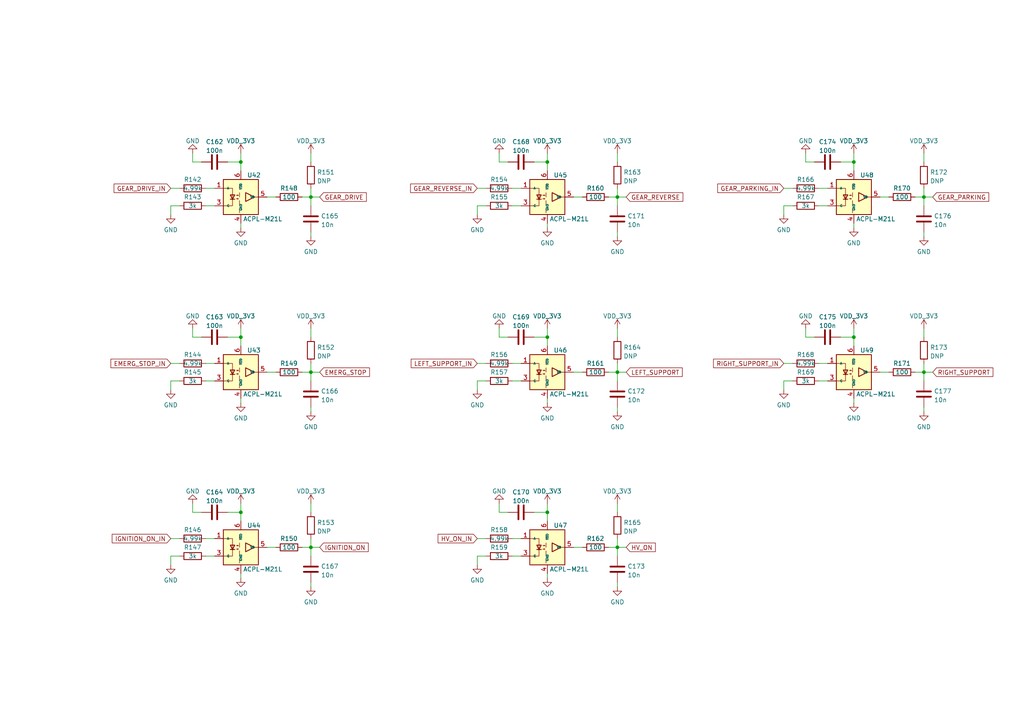
<source format=kicad_sch>
(kicad_sch (version 20231120) (generator "eeschema") (generator_version "8.0")
  (paper "A4")
  (lib_symbols
    (symbol "Device:C" (pin_numbers hide) (pin_names (offset 0.254))
      (property "Reference" "C" (at 0.635 2.54 0))
      (property "Value" "C" (at 0.635 -2.54 0))
      (symbol "C_0_1"
        (polyline (pts (xy -2.032 -0.762) (xy 2.032 -0.762)) (stroke (width 0.508)))
        (polyline (pts (xy -2.032 0.762) (xy 2.032 0.762)) (stroke (width 0.508)))
      )
      (symbol "C_1_1"
        (pin passive line (at 0 3.81 270) (length 2.794) (name "~") (number "1"))
        (pin passive line (at 0 -3.81 90) (length 2.794) (name "~") (number "2"))
      )
    )
    (symbol "Device:R" (pin_numbers hide) (pin_names (offset 0))
      (property "Reference" "R" (at 2.032 0 90))
      (property "Value" "R" (at 0 0 90))
      (symbol "R_0_1"
        (rectangle (start -1.016 -2.54) (end 1.016 2.54) (stroke (width 0.254)))
      )
      (symbol "R_1_1"
        (pin passive line (at 0 3.81 270) (length 1.27) (name "~") (number "1"))
        (pin passive line (at 0 -3.81 90) (length 1.27) (name "~") (number "2"))
      )
    )
    (symbol "MyLibrary:ACPL-M21L" (pin_names (offset 1.016))
      (property "Reference" "U" (at 2.54 6.35 0))
      (property "Value" "ACPL-M21L" (at 0 -6.35 0))
      (symbol "ACPL-M21L_0_1"
        (rectangle (start 3.81 0) (end 5.08 0))
      )
      (symbol "ACPL-M21L_1_1"
        (rectangle (start -5.08 5.08) (end 5.08 -5.08) (stroke (width 0.254)) (fill (type background)))
        (polyline (pts (xy -3.048 -0.635) (xy -1.778 -0.635)) (stroke (width 0.254)))
        (polyline (pts (xy -0.381 -3.302) (xy -0.381 -4.572)))
        (polyline (pts (xy -0.381 -1.016) (xy -0.381 -2.286)))
        (polyline (pts (xy -0.381 1.27) (xy -0.381 0)))
        (polyline (pts (xy -0.381 3.556) (xy -0.381 2.286)))
        (polyline (pts (xy -4.953 2.54) (xy -2.413 2.54) (xy -2.413 -0.762)))
        (polyline (pts (xy -2.413 -0.635) (xy -2.413 -2.54) (xy -4.953 -2.54)))
        (polyline (pts (xy -2.413 -0.635) (xy -3.048 0.635) (xy -1.778 0.635) (xy -2.413 -0.635)) (stroke (width 0.254)))
        (polyline (pts (xy 3.937 0) (xy 1.397 1.27) (xy 1.397 -1.27) (xy 3.937 0)) (stroke (width 0.254)))
        (polyline (pts (xy -1.397 -0.508) (xy -0.635 -0.508) (xy -1.016 -0.635) (xy -1.016 -0.381) (xy -0.635 -0.508)) (stroke (width 0.127)))
        (polyline (pts (xy -1.397 0.508) (xy -0.635 0.508) (xy -1.016 0.381) (xy -1.016 0.635) (xy -0.635 0.508)) (stroke (width 0.127)))
        (pin passive line (at -7.62 2.54 0) (length 2.54) (name "A") (number "1"))
        (pin passive line (at -7.62 -2.54 0) (length 2.54) (name "C") (number "3"))
        (pin power_in line (at 0 -7.62 90) (length 2.54) (name "GND") (number "4"))
        (pin output line (at 7.62 0 180) (length 2.54) (name "VO") (number "5"))
        (pin power_in line (at 0 7.62 270) (length 2.54) (name "VDD") (number "6"))
      )
    )
    (symbol "Project_Library:VDD_3V3" (power) (pin_names (offset 0))
      (property "Value" "VDD_3V3" (at 0 3.81 0))
      (symbol "VDD_3V3_0_1"
        (polyline (pts (xy -0.762 1.27) (xy 0 2.54)))
        (polyline (pts (xy 0 0) (xy 0 2.54)))
        (polyline (pts (xy 0 2.54) (xy 0.762 1.27)))
      )
      (symbol "VDD_3V3_1_1"
        (pin power_in line (at 0 0 90) (length 0) hide (name "VDD_3V3") (number "1"))
      )
    )
    (symbol "power:GND" (power) (pin_names (offset 0))
      (property "Value" "GND" (at 0 -3.81 0))
      (symbol "GND_0_1"
        (polyline (pts (xy 0 0) (xy 0 -1.27) (xy 1.27 -1.27) (xy 0 -2.54) (xy -1.27 -1.27) (xy 0 -1.27)))
      )
      (symbol "GND_1_1"
        (pin power_in line (at 0 0 270) (length 0) hide (name "GND") (number "1"))
      )
    )
  )
  (junction (at 179.07 158.75))
  (junction (at 90.17 158.75))
  (junction (at 158.75 148.59))
  (junction (at 90.17 57.15))
  (junction (at 158.75 46.99))
  (junction (at 158.75 97.79))
  (junction (at 69.85 97.79))
  (junction (at 247.65 46.99))
  (junction (at 267.97 107.95))
  (junction (at 69.85 46.99))
  (junction (at 247.65 97.79))
  (junction (at 179.07 107.95))
  (junction (at 179.07 57.15))
  (junction (at 267.97 57.15))
  (junction (at 69.85 148.59))
  (junction (at 90.17 107.95))
  (wire (pts (xy 52.07 161.29) (xy 49.53 161.29)))
  (wire (pts (xy 52.07 59.69) (xy 49.53 59.69)))
  (wire (pts (xy 140.97 161.29) (xy 138.43 161.29)))
  (wire (pts (xy 267.97 59.69) (xy 267.97 57.15)))
  (wire (pts (xy 158.75 64.77) (xy 158.75 66.04)))
  (wire (pts (xy 69.85 148.59) (xy 69.85 151.13)))
  (wire (pts (xy 69.85 46.99) (xy 69.85 49.53)))
  (wire (pts (xy 227.33 59.69) (xy 227.33 62.23)))
  (wire (pts (xy 267.97 118.11) (xy 267.97 119.38)))
  (wire (pts (xy 90.17 54.61) (xy 90.17 57.15)))
  (wire (pts (xy 59.69 110.49) (xy 62.23 110.49)))
  (wire (pts (xy 179.07 156.21) (xy 179.07 158.75)))
  (wire (pts (xy 90.17 107.95) (xy 87.63 107.95)))
  (wire (pts (xy 227.33 54.61) (xy 229.87 54.61)))
  (wire (pts (xy 138.43 110.49) (xy 138.43 113.03)))
  (wire (pts (xy 59.69 105.41) (xy 62.23 105.41)))
  (wire (pts (xy 267.97 44.45) (xy 267.97 46.99)))
  (wire (pts (xy 267.97 57.15) (xy 270.51 57.15)))
  (wire (pts (xy 49.53 161.29) (xy 49.53 163.83)))
  (wire (pts (xy 49.53 156.21) (xy 52.07 156.21)))
  (wire (pts (xy 179.07 95.25) (xy 179.07 97.79)))
  (wire (pts (xy 144.78 146.05) (xy 144.78 148.59)))
  (wire (pts (xy 66.04 97.79) (xy 69.85 97.79)))
  (wire (pts (xy 158.75 44.45) (xy 158.75 46.99)))
  (wire (pts (xy 55.88 44.45) (xy 55.88 46.99)))
  (wire (pts (xy 144.78 46.99) (xy 147.32 46.99)))
  (wire (pts (xy 55.88 148.59) (xy 58.42 148.59)))
  (wire (pts (xy 243.84 46.99) (xy 247.65 46.99)))
  (wire (pts (xy 90.17 158.75) (xy 87.63 158.75)))
  (wire (pts (xy 229.87 110.49) (xy 227.33 110.49)))
  (wire (pts (xy 90.17 158.75) (xy 92.71 158.75)))
  (wire (pts (xy 55.88 46.99) (xy 58.42 46.99)))
  (wire (pts (xy 66.04 148.59) (xy 69.85 148.59)))
  (wire (pts (xy 166.37 107.95) (xy 168.91 107.95)))
  (wire (pts (xy 233.68 95.25) (xy 233.68 97.79)))
  (wire (pts (xy 52.07 110.49) (xy 49.53 110.49)))
  (wire (pts (xy 90.17 107.95) (xy 92.71 107.95)))
  (wire (pts (xy 90.17 146.05) (xy 90.17 148.59)))
  (wire (pts (xy 59.69 54.61) (xy 62.23 54.61)))
  (wire (pts (xy 233.68 44.45) (xy 233.68 46.99)))
  (wire (pts (xy 243.84 97.79) (xy 247.65 97.79)))
  (wire (pts (xy 158.75 148.59) (xy 158.75 151.13)))
  (wire (pts (xy 90.17 59.69) (xy 90.17 57.15)))
  (wire (pts (xy 66.04 46.99) (xy 69.85 46.99)))
  (wire (pts (xy 77.47 107.95) (xy 80.01 107.95)))
  (wire (pts (xy 138.43 59.69) (xy 138.43 62.23)))
  (wire (pts (xy 69.85 64.77) (xy 69.85 66.04)))
  (wire (pts (xy 179.07 110.49) (xy 179.07 107.95)))
  (wire (pts (xy 148.59 161.29) (xy 151.13 161.29)))
  (wire (pts (xy 90.17 156.21) (xy 90.17 158.75)))
  (wire (pts (xy 233.68 97.79) (xy 236.22 97.79)))
  (wire (pts (xy 179.07 105.41) (xy 179.07 107.95)))
  (wire (pts (xy 69.85 97.79) (xy 69.85 100.33)))
  (wire (pts (xy 158.75 46.99) (xy 158.75 49.53)))
  (wire (pts (xy 158.75 115.57) (xy 158.75 116.84)))
  (wire (pts (xy 267.97 110.49) (xy 267.97 107.95)))
  (wire (pts (xy 267.97 67.31) (xy 267.97 68.58)))
  (wire (pts (xy 267.97 57.15) (xy 265.43 57.15)))
  (wire (pts (xy 267.97 107.95) (xy 265.43 107.95)))
  (wire (pts (xy 90.17 95.25) (xy 90.17 97.79)))
  (wire (pts (xy 154.94 97.79) (xy 158.75 97.79)))
  (wire (pts (xy 148.59 156.21) (xy 151.13 156.21)))
  (wire (pts (xy 267.97 105.41) (xy 267.97 107.95)))
  (wire (pts (xy 179.07 161.29) (xy 179.07 158.75)))
  (wire (pts (xy 179.07 118.11) (xy 179.07 119.38)))
  (wire (pts (xy 69.85 146.05) (xy 69.85 148.59)))
  (wire (pts (xy 49.53 59.69) (xy 49.53 62.23)))
  (wire (pts (xy 233.68 46.99) (xy 236.22 46.99)))
  (wire (pts (xy 144.78 44.45) (xy 144.78 46.99)))
  (wire (pts (xy 148.59 59.69) (xy 151.13 59.69)))
  (wire (pts (xy 90.17 161.29) (xy 90.17 158.75)))
  (wire (pts (xy 55.88 95.25) (xy 55.88 97.79)))
  (wire (pts (xy 144.78 148.59) (xy 147.32 148.59)))
  (wire (pts (xy 69.85 166.37) (xy 69.85 167.64)))
  (wire (pts (xy 55.88 146.05) (xy 55.88 148.59)))
  (wire (pts (xy 49.53 110.49) (xy 49.53 113.03)))
  (wire (pts (xy 247.65 95.25) (xy 247.65 97.79)))
  (wire (pts (xy 90.17 67.31) (xy 90.17 68.58)))
  (wire (pts (xy 179.07 57.15) (xy 181.61 57.15)))
  (wire (pts (xy 229.87 59.69) (xy 227.33 59.69)))
  (wire (pts (xy 77.47 158.75) (xy 80.01 158.75)))
  (wire (pts (xy 158.75 146.05) (xy 158.75 148.59)))
  (wire (pts (xy 90.17 168.91) (xy 90.17 170.18)))
  (wire (pts (xy 179.07 107.95) (xy 176.53 107.95)))
  (wire (pts (xy 69.85 95.25) (xy 69.85 97.79)))
  (wire (pts (xy 69.85 44.45) (xy 69.85 46.99)))
  (wire (pts (xy 158.75 166.37) (xy 158.75 167.64)))
  (wire (pts (xy 179.07 158.75) (xy 176.53 158.75)))
  (wire (pts (xy 154.94 148.59) (xy 158.75 148.59)))
  (wire (pts (xy 255.27 107.95) (xy 257.81 107.95)))
  (wire (pts (xy 179.07 107.95) (xy 181.61 107.95)))
  (wire (pts (xy 166.37 57.15) (xy 168.91 57.15)))
  (wire (pts (xy 247.65 46.99) (xy 247.65 49.53)))
  (wire (pts (xy 90.17 118.11) (xy 90.17 119.38)))
  (wire (pts (xy 55.88 97.79) (xy 58.42 97.79)))
  (wire (pts (xy 267.97 54.61) (xy 267.97 57.15)))
  (wire (pts (xy 166.37 158.75) (xy 168.91 158.75)))
  (wire (pts (xy 227.33 105.41) (xy 229.87 105.41)))
  (wire (pts (xy 144.78 95.25) (xy 144.78 97.79)))
  (wire (pts (xy 179.07 158.75) (xy 181.61 158.75)))
  (wire (pts (xy 59.69 156.21) (xy 62.23 156.21)))
  (wire (pts (xy 267.97 107.95) (xy 270.51 107.95)))
  (wire (pts (xy 69.85 115.57) (xy 69.85 116.84)))
  (wire (pts (xy 247.65 64.77) (xy 247.65 66.04)))
  (wire (pts (xy 179.07 146.05) (xy 179.07 148.59)))
  (wire (pts (xy 138.43 161.29) (xy 138.43 163.83)))
  (wire (pts (xy 90.17 57.15) (xy 92.71 57.15)))
  (wire (pts (xy 247.65 97.79) (xy 247.65 100.33)))
  (wire (pts (xy 247.65 44.45) (xy 247.65 46.99)))
  (wire (pts (xy 49.53 105.41) (xy 52.07 105.41)))
  (wire (pts (xy 179.07 168.91) (xy 179.07 170.18)))
  (wire (pts (xy 138.43 105.41) (xy 140.97 105.41)))
  (wire (pts (xy 227.33 110.49) (xy 227.33 113.03)))
  (wire (pts (xy 255.27 57.15) (xy 257.81 57.15)))
  (wire (pts (xy 148.59 110.49) (xy 151.13 110.49)))
  (wire (pts (xy 90.17 105.41) (xy 90.17 107.95)))
  (wire (pts (xy 49.53 54.61) (xy 52.07 54.61)))
  (wire (pts (xy 140.97 59.69) (xy 138.43 59.69)))
  (wire (pts (xy 237.49 54.61) (xy 240.03 54.61)))
  (wire (pts (xy 237.49 59.69) (xy 240.03 59.69)))
  (wire (pts (xy 158.75 95.25) (xy 158.75 97.79)))
  (wire (pts (xy 237.49 110.49) (xy 240.03 110.49)))
  (wire (pts (xy 154.94 46.99) (xy 158.75 46.99)))
  (wire (pts (xy 90.17 110.49) (xy 90.17 107.95)))
  (wire (pts (xy 179.07 67.31) (xy 179.07 68.58)))
  (wire (pts (xy 179.07 44.45) (xy 179.07 46.99)))
  (wire (pts (xy 148.59 54.61) (xy 151.13 54.61)))
  (wire (pts (xy 138.43 156.21) (xy 140.97 156.21)))
  (wire (pts (xy 59.69 161.29) (xy 62.23 161.29)))
  (wire (pts (xy 179.07 57.15) (xy 176.53 57.15)))
  (wire (pts (xy 247.65 115.57) (xy 247.65 116.84)))
  (wire (pts (xy 144.78 97.79) (xy 147.32 97.79)))
  (wire (pts (xy 179.07 59.69) (xy 179.07 57.15)))
  (wire (pts (xy 77.47 57.15) (xy 80.01 57.15)))
  (wire (pts (xy 90.17 44.45) (xy 90.17 46.99)))
  (wire (pts (xy 138.43 54.61) (xy 140.97 54.61)))
  (wire (pts (xy 90.17 57.15) (xy 87.63 57.15)))
  (wire (pts (xy 148.59 105.41) (xy 151.13 105.41)))
  (wire (pts (xy 267.97 95.25) (xy 267.97 97.79)))
  (wire (pts (xy 140.97 110.49) (xy 138.43 110.49)))
  (wire (pts (xy 59.69 59.69) (xy 62.23 59.69)))
  (wire (pts (xy 158.75 97.79) (xy 158.75 100.33)))
  (wire (pts (xy 237.49 105.41) (xy 240.03 105.41)))
  (wire (pts (xy 179.07 54.61) (xy 179.07 57.15)))
  (global_label "HV_ON" (shape input) (at 181.61 158.75 0) (property "Intersheetrefs" "${INTERSHEET_REFS}" (effects (hide yes))))
  (global_label "IGNITION_ON" (shape input) (at 92.71 158.75 0) (property "Intersheetrefs" "${INTERSHEET_REFS}" (effects (hide yes))))
  (global_label "GEAR_REVERSE_IN" (shape input) (at 138.43 54.61 180) (property "Intersheetrefs" "${INTERSHEET_REFS}" (effects (hide yes))))
  (global_label "GEAR_REVERSE" (shape input) (at 181.61 57.15 0) (property "Intersheetrefs" "${INTERSHEET_REFS}" (effects (hide yes))))
  (global_label "GEAR_DRIVE_IN" (shape input) (at 49.53 54.61 180) (property "Intersheetrefs" "${INTERSHEET_REFS}" (effects (hide yes))))
  (global_label "GEAR_PARKING_IN" (shape input) (at 227.33 54.61 180) (property "Intersheetrefs" "${INTERSHEET_REFS}" (effects (hide yes))))
  (global_label "HV_ON_IN" (shape input) (at 138.43 156.21 180) (property "Intersheetrefs" "${INTERSHEET_REFS}" (effects (hide yes))))
  (global_label "GEAR_DRIVE" (shape input) (at 92.71 57.15 0) (property "Intersheetrefs" "${INTERSHEET_REFS}" (effects (hide yes))))
  (global_label "RIGHT_SUPPORT_IN" (shape input) (at 227.33 105.41 180) (property "Intersheetrefs" "${INTERSHEET_REFS}" (effects (hide yes))))
  (global_label "LEFT_SUPPORT" (shape input) (at 181.61 107.95 0) (property "Intersheetrefs" "${INTERSHEET_REFS}" (effects (hide yes))))
  (global_label "GEAR_PARKING" (shape input) (at 270.51 57.15 0) (property "Intersheetrefs" "${INTERSHEET_REFS}" (effects (hide yes))))
  (global_label "EMERG_STOP_IN" (shape input) (at 49.53 105.41 180) (property "Intersheetrefs" "${INTERSHEET_REFS}" (effects (hide yes))))
  (global_label "IGNITION_ON_IN" (shape input) (at 49.53 156.21 180) (property "Intersheetrefs" "${INTERSHEET_REFS}" (effects (hide yes))))
  (global_label "LEFT_SUPPORT_IN" (shape input) (at 138.43 105.41 180) (property "Intersheetrefs" "${INTERSHEET_REFS}" (effects (hide yes))))
  (global_label "RIGHT_SUPPORT" (shape input) (at 270.51 107.95 0) (property "Intersheetrefs" "${INTERSHEET_REFS}" (effects (hide yes))))
  (global_label "EMERG_STOP" (shape input) (at 92.71 107.95 0) (property "Intersheetrefs" "${INTERSHEET_REFS}" (effects (hide yes))))
  (symbol (lib_id "power:GND") (at 69.85 167.64 0) (unit 1)
    (property "Reference" "#PWR0273" (effects (hide yes)))
    (property "Value" "GND" (at 69.85 172.0834 0))
  )
  (symbol (lib_id "Project_Library:VDD_3V3") (at 247.65 44.45 0) (unit 1)
    (property "Reference" "#PWR0302" (effects (hide yes)))
    (property "Value" "VDD_3V3" (at 247.65 40.8742 0))
  )
  (symbol (lib_id "Device:R") (at 144.78 105.41 90) (unit 1)
    (property "Reference" "R156" (at 144.78 102.87 90))
    (property "Value" "4.99k" (at 144.78 105.41 90))
    (property "Footprint" "Resistor_SMD:R_0805_2012Metric" (effects (hide yes)))
  )
  (symbol (lib_id "power:GND") (at 90.17 170.18 0) (unit 1)
    (property "Reference" "#PWR0279" (effects (hide yes)))
    (property "Value" "GND" (at 90.17 174.6234 0))
  )
  (symbol (lib_id "Device:R") (at 144.78 156.21 90) (unit 1)
    (property "Reference" "R158" (at 144.78 153.67 90))
    (property "Value" "4.99k" (at 144.78 156.21 90))
    (property "Footprint" "Resistor_SMD:R_0805_2012Metric" (effects (hide yes)))
  )
  (symbol (lib_id "Device:C") (at 62.23 46.99 90) (unit 1)
    (property "Reference" "C162" (at 62.23 41.1312 90))
    (property "Value" "100n" (at 62.23 43.6681 90))
    (property "Footprint" "Capacitor_SMD:C_1206_3216Metric" (effects (hide yes)))
  )
  (symbol (lib_id "Project_Library:VDD_3V3") (at 179.07 146.05 0) (unit 1)
    (property "Reference" "#PWR0296" (effects (hide yes)))
    (property "Value" "VDD_3V3" (at 179.07 142.4742 0))
  )
  (symbol (lib_id "Device:R") (at 172.72 107.95 90) (unit 1)
    (property "Reference" "R161" (at 172.72 105.41 90))
    (property "Value" "100" (at 172.72 107.95 90))
    (property "Footprint" "Resistor_SMD:R_0603_1608Metric" (effects (hide yes)))
  )
  (symbol (lib_id "power:GND") (at 144.78 146.05 180) (unit 1)
    (property "Reference" "#PWR0285" (effects (hide yes)))
    (property "Value" "GND" (at 144.78 142.4742 0))
  )
  (symbol (lib_id "power:GND") (at 247.65 116.84 0) (unit 1)
    (property "Reference" "#PWR0305" (effects (hide yes)))
    (property "Value" "GND" (at 247.65 121.2834 0))
  )
  (symbol (lib_id "Device:C") (at 151.13 97.79 90) (unit 1)
    (property "Reference" "C169" (at 151.13 91.9312 90))
    (property "Value" "100n" (at 151.13 94.4681 90))
    (property "Footprint" "Capacitor_SMD:C_1206_3216Metric" (effects (hide yes)))
  )
  (symbol (lib_id "Project_Library:VDD_3V3") (at 69.85 44.45 0) (unit 1)
    (property "Reference" "#PWR0268" (effects (hide yes)))
    (property "Value" "VDD_3V3" (at 69.85 40.8742 0))
  )
  (symbol (lib_id "power:GND") (at 90.17 119.38 0) (unit 1)
    (property "Reference" "#PWR0277" (effects (hide yes)))
    (property "Value" "GND" (at 90.17 123.8234 0))
  )
  (symbol (lib_id "power:GND") (at 144.78 95.25 180) (unit 1)
    (property "Reference" "#PWR0284" (effects (hide yes)))
    (property "Value" "GND" (at 144.78 91.6742 0))
  )
  (symbol (lib_id "Device:C") (at 151.13 46.99 90) (unit 1)
    (property "Reference" "C168" (at 151.13 41.1312 90))
    (property "Value" "100n" (at 151.13 43.6681 90))
    (property "Footprint" "Capacitor_SMD:C_1206_3216Metric" (effects (hide yes)))
  )
  (symbol (lib_id "power:GND") (at 247.65 66.04 0) (unit 1)
    (property "Reference" "#PWR0303" (effects (hide yes)))
    (property "Value" "GND" (at 247.65 70.4834 0))
  )
  (symbol (lib_id "Device:R") (at 233.68 54.61 90) (unit 1)
    (property "Reference" "R166" (at 233.68 52.07 90))
    (property "Value" "4.99k" (at 233.68 54.61 90))
    (property "Footprint" "Resistor_SMD:R_0805_2012Metric" (effects (hide yes)))
  )
  (symbol (lib_id "Device:R") (at 261.62 57.15 90) (unit 1)
    (property "Reference" "R170" (at 261.62 54.61 90))
    (property "Value" "100" (at 261.62 57.15 90))
    (property "Footprint" "Resistor_SMD:R_0603_1608Metric" (effects (hide yes)))
  )
  (symbol (lib_id "power:GND") (at 227.33 113.03 0) (unit 1)
    (property "Reference" "#PWR0299" (effects (hide yes)))
    (property "Value" "GND" (at 227.33 117.4734 0))
  )
  (symbol (lib_id "MyLibrary:ACPL-M21L") (at 69.85 107.95 0) (unit 1)
    (property "Reference" "U43" (at 73.66 101.6 0))
    (property "Value" "ACPL-M21L" (at 76.2 114.3 0))
    (property "Footprint" "Package_SO:SO-5_4.4x3.6mm_P1.27mm" (effects (hide yes)))
    (property "Datasheet" "https://docs.broadcom.com/doc/AV02-3462EN" (effects (hide yes)))
  )
  (symbol (lib_id "power:GND") (at 55.88 95.25 180) (unit 1)
    (property "Reference" "#PWR0266" (effects (hide yes)))
    (property "Value" "GND" (at 55.88 91.6742 0))
  )
  (symbol (lib_id "Device:R") (at 267.97 50.8 0) (unit 1)
    (property "Reference" "R172" (at 269.748 49.9653 0) (effects (justify left)))
    (property "Value" "DNP" (at 269.748 52.5022 0) (effects (justify left)))
    (property "Footprint" "Resistor_SMD:R_0603_1608Metric" (effects (hide yes)))
  )
  (symbol (lib_id "Device:R") (at 233.68 59.69 90) (unit 1)
    (property "Reference" "R167" (at 233.68 57.15 90))
    (property "Value" "3k" (at 233.68 59.69 90))
    (property "Footprint" "Resistor_SMD:R_0805_2012Metric" (effects (hide yes)))
  )
  (symbol (lib_id "Device:R") (at 55.88 54.61 90) (unit 1)
    (property "Reference" "R142" (at 55.88 52.07 90))
    (property "Value" "4.99k" (at 55.88 54.61 90))
    (property "Footprint" "Resistor_SMD:R_0805_2012Metric" (effects (hide yes)))
  )
  (symbol (lib_id "Project_Library:VDD_3V3") (at 158.75 44.45 0) (unit 1)
    (property "Reference" "#PWR0286" (effects (hide yes)))
    (property "Value" "VDD_3V3" (at 158.75 40.8742 0))
  )
  (symbol (lib_id "Device:C") (at 267.97 114.3 0) (unit 1)
    (property "Reference" "C177" (at 270.891 113.4653 0) (effects (justify left)))
    (property "Value" "10n" (at 270.891 116.0022 0) (effects (justify left)))
    (property "Footprint" "Capacitor_SMD:C_0603_1608Metric" (effects (hide yes)))
  )
  (symbol (lib_id "power:GND") (at 55.88 44.45 180) (unit 1)
    (property "Reference" "#PWR0265" (effects (hide yes)))
    (property "Value" "GND" (at 55.88 40.8742 0))
  )
  (symbol (lib_id "Device:R") (at 55.88 105.41 90) (unit 1)
    (property "Reference" "R144" (at 55.88 102.87 90))
    (property "Value" "4.99k" (at 55.88 105.41 90))
    (property "Footprint" "Resistor_SMD:R_0805_2012Metric" (effects (hide yes)))
  )
  (symbol (lib_id "MyLibrary:ACPL-M21L") (at 158.75 107.95 0) (unit 1)
    (property "Reference" "U46" (at 162.56 101.6 0))
    (property "Value" "ACPL-M21L" (at 165.1 114.3 0))
    (property "Footprint" "Package_SO:SO-5_4.4x3.6mm_P1.27mm" (effects (hide yes)))
    (property "Datasheet" "https://docs.broadcom.com/doc/AV02-3462EN" (effects (hide yes)))
  )
  (symbol (lib_id "power:GND") (at 55.88 146.05 180) (unit 1)
    (property "Reference" "#PWR0267" (effects (hide yes)))
    (property "Value" "GND" (at 55.88 142.4742 0))
  )
  (symbol (lib_id "MyLibrary:ACPL-M21L") (at 69.85 158.75 0) (unit 1)
    (property "Reference" "U44" (at 73.66 152.4 0))
    (property "Value" "ACPL-M21L" (at 76.2 165.1 0))
    (property "Footprint" "Package_SO:SO-5_4.4x3.6mm_P1.27mm" (effects (hide yes)))
    (property "Datasheet" "https://docs.broadcom.com/doc/AV02-3462EN" (effects (hide yes)))
  )
  (symbol (lib_id "MyLibrary:ACPL-M21L") (at 247.65 107.95 0) (unit 1)
    (property "Reference" "U49" (at 251.46 101.6 0))
    (property "Value" "ACPL-M21L" (at 254 114.3 0))
    (property "Footprint" "Package_SO:SO-5_4.4x3.6mm_P1.27mm" (effects (hide yes)))
    (property "Datasheet" "https://docs.broadcom.com/doc/AV02-3462EN" (effects (hide yes)))
  )
  (symbol (lib_id "power:GND") (at 49.53 113.03 0) (unit 1)
    (property "Reference" "#PWR0263" (effects (hide yes)))
    (property "Value" "GND" (at 49.53 117.4734 0))
  )
  (symbol (lib_id "Device:R") (at 172.72 158.75 90) (unit 1)
    (property "Reference" "R162" (at 172.72 156.21 90))
    (property "Value" "100" (at 172.72 158.75 90))
    (property "Footprint" "Resistor_SMD:R_0603_1608Metric" (effects (hide yes)))
  )
  (symbol (lib_id "Project_Library:VDD_3V3") (at 90.17 95.25 0) (unit 1)
    (property "Reference" "#PWR0276" (effects (hide yes)))
    (property "Value" "VDD_3V3" (at 90.17 91.6742 0))
  )
  (symbol (lib_id "power:GND") (at 49.53 62.23 0) (unit 1)
    (property "Reference" "#PWR0262" (effects (hide yes)))
    (property "Value" "GND" (at 49.53 66.6734 0))
  )
  (symbol (lib_id "Project_Library:VDD_3V3") (at 179.07 95.25 0) (unit 1)
    (property "Reference" "#PWR0294" (effects (hide yes)))
    (property "Value" "VDD_3V3" (at 179.07 91.6742 0))
  )
  (symbol (lib_id "Device:C") (at 179.07 63.5 0) (unit 1)
    (property "Reference" "C171" (at 181.991 62.6653 0) (effects (justify left)))
    (property "Value" "10n" (at 181.991 65.2022 0) (effects (justify left)))
    (property "Footprint" "Capacitor_SMD:C_0603_1608Metric" (effects (hide yes)))
  )
  (symbol (lib_id "MyLibrary:ACPL-M21L") (at 247.65 57.15 0) (unit 1)
    (property "Reference" "U48" (at 251.46 50.8 0))
    (property "Value" "ACPL-M21L" (at 254 63.5 0))
    (property "Footprint" "Package_SO:SO-5_4.4x3.6mm_P1.27mm" (effects (hide yes)))
    (property "Datasheet" "https://docs.broadcom.com/doc/AV02-3462EN" (effects (hide yes)))
  )
  (symbol (lib_id "power:GND") (at 49.53 163.83 0) (unit 1)
    (property "Reference" "#PWR0264" (effects (hide yes)))
    (property "Value" "GND" (at 49.53 168.2734 0))
  )
  (symbol (lib_id "Project_Library:VDD_3V3") (at 158.75 95.25 0) (unit 1)
    (property "Reference" "#PWR0288" (effects (hide yes)))
    (property "Value" "VDD_3V3" (at 158.75 91.6742 0))
  )
  (symbol (lib_id "MyLibrary:ACPL-M21L") (at 69.85 57.15 0) (unit 1)
    (property "Reference" "U42" (at 73.66 50.8 0))
    (property "Value" "ACPL-M21L" (at 76.2 63.5 0))
    (property "Footprint" "Package_SO:SO-5_4.4x3.6mm_P1.27mm" (effects (hide yes)))
    (property "Datasheet" "https://docs.broadcom.com/doc/AV02-3462EN" (effects (hide yes)))
  )
  (symbol (lib_id "power:GND") (at 69.85 66.04 0) (unit 1)
    (property "Reference" "#PWR0269" (effects (hide yes)))
    (property "Value" "GND" (at 69.85 70.4834 0))
  )
  (symbol (lib_id "Project_Library:VDD_3V3") (at 247.65 95.25 0) (unit 1)
    (property "Reference" "#PWR0304" (effects (hide yes)))
    (property "Value" "VDD_3V3" (at 247.65 91.6742 0))
  )
  (symbol (lib_id "Project_Library:VDD_3V3") (at 69.85 146.05 0) (unit 1)
    (property "Reference" "#PWR0272" (effects (hide yes)))
    (property "Value" "VDD_3V3" (at 69.85 142.4742 0))
  )
  (symbol (lib_id "Device:C") (at 62.23 148.59 90) (unit 1)
    (property "Reference" "C164" (at 62.23 142.7312 90))
    (property "Value" "100n" (at 62.23 145.2681 90))
    (property "Footprint" "Capacitor_SMD:C_1206_3216Metric" (effects (hide yes)))
  )
  (symbol (lib_id "power:GND") (at 179.07 170.18 0) (unit 1)
    (property "Reference" "#PWR0297" (effects (hide yes)))
    (property "Value" "GND" (at 179.07 174.6234 0))
  )
  (symbol (lib_id "Device:C") (at 151.13 148.59 90) (unit 1)
    (property "Reference" "C170" (at 151.13 142.7312 90))
    (property "Value" "100n" (at 151.13 145.2681 90))
    (property "Footprint" "Capacitor_SMD:C_1206_3216Metric" (effects (hide yes)))
  )
  (symbol (lib_id "Device:C") (at 90.17 114.3 0) (unit 1)
    (property "Reference" "C166" (at 93.091 113.4653 0) (effects (justify left)))
    (property "Value" "10n" (at 93.091 116.0022 0) (effects (justify left)))
    (property "Footprint" "Capacitor_SMD:C_0603_1608Metric" (effects (hide yes)))
  )
  (symbol (lib_id "power:GND") (at 233.68 44.45 180) (unit 1)
    (property "Reference" "#PWR0300" (effects (hide yes)))
    (property "Value" "GND" (at 233.68 40.8742 0))
  )
  (symbol (lib_id "Device:R") (at 233.68 110.49 90) (unit 1)
    (property "Reference" "R169" (at 233.68 107.95 90))
    (property "Value" "3k" (at 233.68 110.49 90))
    (property "Footprint" "Resistor_SMD:R_0805_2012Metric" (effects (hide yes)))
  )
  (symbol (lib_id "Device:C") (at 62.23 97.79 90) (unit 1)
    (property "Reference" "C163" (at 62.23 91.9312 90))
    (property "Value" "100n" (at 62.23 94.4681 90))
    (property "Footprint" "Capacitor_SMD:C_1206_3216Metric" (effects (hide yes)))
  )
  (symbol (lib_id "Device:R") (at 261.62 107.95 90) (unit 1)
    (property "Reference" "R171" (at 261.62 105.41 90))
    (property "Value" "100" (at 261.62 107.95 90))
    (property "Footprint" "Resistor_SMD:R_0603_1608Metric" (effects (hide yes)))
  )
  (symbol (lib_id "power:GND") (at 138.43 163.83 0) (unit 1)
    (property "Reference" "#PWR0282" (effects (hide yes)))
    (property "Value" "GND" (at 138.43 168.2734 0))
  )
  (symbol (lib_id "Device:R") (at 144.78 161.29 90) (unit 1)
    (property "Reference" "R159" (at 144.78 158.75 90))
    (property "Value" "3k" (at 144.78 161.29 90))
    (property "Footprint" "Resistor_SMD:R_0805_2012Metric" (effects (hide yes)))
  )
  (symbol (lib_id "Project_Library:VDD_3V3") (at 179.07 44.45 0) (unit 1)
    (property "Reference" "#PWR0292" (effects (hide yes)))
    (property "Value" "VDD_3V3" (at 179.07 40.8742 0))
  )
  (symbol (lib_id "power:GND") (at 267.97 68.58 0) (unit 1)
    (property "Reference" "#PWR0307" (effects (hide yes)))
    (property "Value" "GND" (at 267.97 73.0234 0))
  )
  (symbol (lib_id "Project_Library:VDD_3V3") (at 158.75 146.05 0) (unit 1)
    (property "Reference" "#PWR0290" (effects (hide yes)))
    (property "Value" "VDD_3V3" (at 158.75 142.4742 0))
  )
  (symbol (lib_id "Device:R") (at 55.88 156.21 90) (unit 1)
    (property "Reference" "R146" (at 55.88 153.67 90))
    (property "Value" "4.99k" (at 55.88 156.21 90))
    (property "Footprint" "Resistor_SMD:R_0805_2012Metric" (effects (hide yes)))
  )
  (symbol (lib_id "Device:R") (at 55.88 59.69 90) (unit 1)
    (property "Reference" "R143" (at 55.88 57.15 90))
    (property "Value" "3k" (at 55.88 59.69 90))
    (property "Footprint" "Resistor_SMD:R_0805_2012Metric" (effects (hide yes)))
  )
  (symbol (lib_id "Project_Library:VDD_3V3") (at 267.97 44.45 0) (unit 1)
    (property "Reference" "#PWR0306" (effects (hide yes)))
    (property "Value" "VDD_3V3" (at 267.97 40.8742 0))
  )
  (symbol (lib_id "Device:R") (at 83.82 57.15 90) (unit 1)
    (property "Reference" "R148" (at 83.82 54.61 90))
    (property "Value" "100" (at 83.82 57.15 90))
    (property "Footprint" "Resistor_SMD:R_0603_1608Metric" (effects (hide yes)))
  )
  (symbol (lib_id "Project_Library:VDD_3V3") (at 90.17 44.45 0) (unit 1)
    (property "Reference" "#PWR0274" (effects (hide yes)))
    (property "Value" "VDD_3V3" (at 90.17 40.8742 0))
  )
  (symbol (lib_id "Device:R") (at 55.88 110.49 90) (unit 1)
    (property "Reference" "R145" (at 55.88 107.95 90))
    (property "Value" "3k" (at 55.88 110.49 90))
    (property "Footprint" "Resistor_SMD:R_0805_2012Metric" (effects (hide yes)))
  )
  (symbol (lib_id "power:GND") (at 158.75 66.04 0) (unit 1)
    (property "Reference" "#PWR0287" (effects (hide yes)))
    (property "Value" "GND" (at 158.75 70.4834 0))
  )
  (symbol (lib_id "Device:R") (at 83.82 158.75 90) (unit 1)
    (property "Reference" "R150" (at 83.82 156.21 90))
    (property "Value" "100" (at 83.82 158.75 90))
    (property "Footprint" "Resistor_SMD:R_0603_1608Metric" (effects (hide yes)))
  )
  (symbol (lib_id "power:GND") (at 179.07 119.38 0) (unit 1)
    (property "Reference" "#PWR0295" (effects (hide yes)))
    (property "Value" "GND" (at 179.07 123.8234 0))
  )
  (symbol (lib_id "MyLibrary:ACPL-M21L") (at 158.75 158.75 0) (unit 1)
    (property "Reference" "U47" (at 162.56 152.4 0))
    (property "Value" "ACPL-M21L" (at 165.1 165.1 0))
    (property "Footprint" "Package_SO:SO-5_4.4x3.6mm_P1.27mm" (effects (hide yes)))
    (property "Datasheet" "https://docs.broadcom.com/doc/AV02-3462EN" (effects (hide yes)))
  )
  (symbol (lib_id "power:GND") (at 233.68 95.25 180) (unit 1)
    (property "Reference" "#PWR0301" (effects (hide yes)))
    (property "Value" "GND" (at 233.68 91.6742 0))
  )
  (symbol (lib_id "Device:R") (at 90.17 101.6 0) (unit 1)
    (property "Reference" "R152" (at 91.948 100.7653 0) (effects (justify left)))
    (property "Value" "DNP" (at 91.948 103.3022 0) (effects (justify left)))
    (property "Footprint" "Resistor_SMD:R_0603_1608Metric" (effects (hide yes)))
  )
  (symbol (lib_id "Device:C") (at 90.17 63.5 0) (unit 1)
    (property "Reference" "C165" (at 93.091 62.6653 0) (effects (justify left)))
    (property "Value" "10n" (at 93.091 65.2022 0) (effects (justify left)))
    (property "Footprint" "Capacitor_SMD:C_0603_1608Metric" (effects (hide yes)))
  )
  (symbol (lib_id "Device:R") (at 144.78 54.61 90) (unit 1)
    (property "Reference" "R154" (at 144.78 52.07 90))
    (property "Value" "4.99k" (at 144.78 54.61 90))
    (property "Footprint" "Resistor_SMD:R_0805_2012Metric" (effects (hide yes)))
  )
  (symbol (lib_id "power:GND") (at 69.85 116.84 0) (unit 1)
    (property "Reference" "#PWR0271" (effects (hide yes)))
    (property "Value" "GND" (at 69.85 121.2834 0))
  )
  (symbol (lib_id "Device:R") (at 144.78 110.49 90) (unit 1)
    (property "Reference" "R157" (at 144.78 107.95 90))
    (property "Value" "3k" (at 144.78 110.49 90))
    (property "Footprint" "Resistor_SMD:R_0805_2012Metric" (effects (hide yes)))
  )
  (symbol (lib_id "Device:C") (at 267.97 63.5 0) (unit 1)
    (property "Reference" "C176" (at 270.891 62.6653 0) (effects (justify left)))
    (property "Value" "10n" (at 270.891 65.2022 0) (effects (justify left)))
    (property "Footprint" "Capacitor_SMD:C_0603_1608Metric" (effects (hide yes)))
  )
  (symbol (lib_id "power:GND") (at 267.97 119.38 0) (unit 1)
    (property "Reference" "#PWR0309" (effects (hide yes)))
    (property "Value" "GND" (at 267.97 123.8234 0))
  )
  (symbol (lib_id "power:GND") (at 138.43 113.03 0) (unit 1)
    (property "Reference" "#PWR0281" (effects (hide yes)))
    (property "Value" "GND" (at 138.43 117.4734 0))
  )
  (symbol (lib_id "power:GND") (at 90.17 68.58 0) (unit 1)
    (property "Reference" "#PWR0275" (effects (hide yes)))
    (property "Value" "GND" (at 90.17 73.0234 0))
  )
  (symbol (lib_id "power:GND") (at 158.75 116.84 0) (unit 1)
    (property "Reference" "#PWR0289" (effects (hide yes)))
    (property "Value" "GND" (at 158.75 121.2834 0))
  )
  (symbol (lib_id "Device:R") (at 55.88 161.29 90) (unit 1)
    (property "Reference" "R147" (at 55.88 158.75 90))
    (property "Value" "3k" (at 55.88 161.29 90))
    (property "Footprint" "Resistor_SMD:R_0805_2012Metric" (effects (hide yes)))
  )
  (symbol (lib_id "Project_Library:VDD_3V3") (at 90.17 146.05 0) (unit 1)
    (property "Reference" "#PWR0278" (effects (hide yes)))
    (property "Value" "VDD_3V3" (at 90.17 142.4742 0))
  )
  (symbol (lib_id "Device:C") (at 90.17 165.1 0) (unit 1)
    (property "Reference" "C167" (at 93.091 164.2653 0) (effects (justify left)))
    (property "Value" "10n" (at 93.091 166.8022 0) (effects (justify left)))
    (property "Footprint" "Capacitor_SMD:C_0603_1608Metric" (effects (hide yes)))
  )
  (symbol (lib_id "Project_Library:VDD_3V3") (at 69.85 95.25 0) (unit 1)
    (property "Reference" "#PWR0270" (effects (hide yes)))
    (property "Value" "VDD_3V3" (at 69.85 91.6742 0))
  )
  (symbol (lib_id "power:GND") (at 227.33 62.23 0) (unit 1)
    (property "Reference" "#PWR0298" (effects (hide yes)))
    (property "Value" "GND" (at 227.33 66.6734 0))
  )
  (symbol (lib_id "Device:C") (at 179.07 114.3 0) (unit 1)
    (property "Reference" "C172" (at 181.991 113.4653 0) (effects (justify left)))
    (property "Value" "10n" (at 181.991 116.0022 0) (effects (justify left)))
    (property "Footprint" "Capacitor_SMD:C_0603_1608Metric" (effects (hide yes)))
  )
  (symbol (lib_id "Device:C") (at 179.07 165.1 0) (unit 1)
    (property "Reference" "C173" (at 181.991 164.2653 0) (effects (justify left)))
    (property "Value" "10n" (at 181.991 166.8022 0) (effects (justify left)))
    (property "Footprint" "Capacitor_SMD:C_0603_1608Metric" (effects (hide yes)))
  )
  (symbol (lib_id "Device:R") (at 267.97 101.6 0) (unit 1)
    (property "Reference" "R173" (at 269.748 100.7653 0) (effects (justify left)))
    (property "Value" "DNP" (at 269.748 103.3022 0) (effects (justify left)))
    (property "Footprint" "Resistor_SMD:R_0603_1608Metric" (effects (hide yes)))
  )
  (symbol (lib_id "Device:R") (at 179.07 152.4 0) (unit 1)
    (property "Reference" "R165" (at 180.848 151.5653 0) (effects (justify left)))
    (property "Value" "DNP" (at 180.848 154.1022 0) (effects (justify left)))
    (property "Footprint" "Resistor_SMD:R_0603_1608Metric" (effects (hide yes)))
  )
  (symbol (lib_id "power:GND") (at 179.07 68.58 0) (unit 1)
    (property "Reference" "#PWR0293" (effects (hide yes)))
    (property "Value" "GND" (at 179.07 73.0234 0))
  )
  (symbol (lib_id "MyLibrary:ACPL-M21L") (at 158.75 57.15 0) (unit 1)
    (property "Reference" "U45" (at 162.56 50.8 0))
    (property "Value" "ACPL-M21L" (at 165.1 63.5 0))
    (property "Footprint" "Package_SO:SO-5_4.4x3.6mm_P1.27mm" (effects (hide yes)))
    (property "Datasheet" "https://docs.broadcom.com/doc/AV02-3462EN" (effects (hide yes)))
  )
  (symbol (lib_id "power:GND") (at 144.78 44.45 180) (unit 1)
    (property "Reference" "#PWR0283" (effects (hide yes)))
    (property "Value" "GND" (at 144.78 40.8742 0))
  )
  (symbol (lib_id "Device:R") (at 172.72 57.15 90) (unit 1)
    (property "Reference" "R160" (at 172.72 54.61 90))
    (property "Value" "100" (at 172.72 57.15 90))
    (property "Footprint" "Resistor_SMD:R_0603_1608Metric" (effects (hide yes)))
  )
  (symbol (lib_id "Device:R") (at 179.07 101.6 0) (unit 1)
    (property "Reference" "R164" (at 180.848 100.7653 0) (effects (justify left)))
    (property "Value" "DNP" (at 180.848 103.3022 0) (effects (justify left)))
    (property "Footprint" "Resistor_SMD:R_0603_1608Metric" (effects (hide yes)))
  )
  (symbol (lib_id "Device:R") (at 179.07 50.8 0) (unit 1)
    (property "Reference" "R163" (at 180.848 49.9653 0) (effects (justify left)))
    (property "Value" "DNP" (at 180.848 52.5022 0) (effects (justify left)))
    (property "Footprint" "Resistor_SMD:R_0603_1608Metric" (effects (hide yes)))
  )
  (symbol (lib_id "Device:R") (at 90.17 152.4 0) (unit 1)
    (property "Reference" "R153" (at 91.948 151.5653 0) (effects (justify left)))
    (property "Value" "DNP" (at 91.948 154.1022 0) (effects (justify left)))
    (property "Footprint" "Resistor_SMD:R_0603_1608Metric" (effects (hide yes)))
  )
  (symbol (lib_id "Device:C") (at 240.03 97.79 90) (unit 1)
    (property "Reference" "C175" (at 240.03 91.9312 90))
    (property "Value" "100n" (at 240.03 94.4681 90))
    (property "Footprint" "Capacitor_SMD:C_1206_3216Metric" (effects (hide yes)))
  )
  (symbol (lib_id "Device:R") (at 233.68 105.41 90) (unit 1)
    (property "Reference" "R168" (at 233.68 102.87 90))
    (property "Value" "4.99k" (at 233.68 105.41 90))
    (property "Footprint" "Resistor_SMD:R_0805_2012Metric" (effects (hide yes)))
  )
  (symbol (lib_id "Device:C") (at 240.03 46.99 90) (unit 1)
    (property "Reference" "C174" (at 240.03 41.1312 90))
    (property "Value" "100n" (at 240.03 43.6681 90))
    (property "Footprint" "Capacitor_SMD:C_1206_3216Metric" (effects (hide yes)))
  )
  (symbol (lib_id "power:GND") (at 138.43 62.23 0) (unit 1)
    (property "Reference" "#PWR0280" (effects (hide yes)))
    (property "Value" "GND" (at 138.43 66.6734 0))
  )
  (symbol (lib_id "Device:R") (at 83.82 107.95 90) (unit 1)
    (property "Reference" "R149" (at 83.82 105.41 90))
    (property "Value" "100" (at 83.82 107.95 90))
    (property "Footprint" "Resistor_SMD:R_0603_1608Metric" (effects (hide yes)))
  )
  (symbol (lib_id "Device:R") (at 144.78 59.69 90) (unit 1)
    (property "Reference" "R155" (at 144.78 57.15 90))
    (property "Value" "3k" (at 144.78 59.69 90))
    (property "Footprint" "Resistor_SMD:R_0805_2012Metric" (effects (hide yes)))
  )
  (symbol (lib_id "Device:R") (at 90.17 50.8 0) (unit 1)
    (property "Reference" "R151" (at 91.948 49.9653 0) (effects (justify left)))
    (property "Value" "DNP" (at 91.948 52.5022 0) (effects (justify left)))
    (property "Footprint" "Resistor_SMD:R_0603_1608Metric" (effects (hide yes)))
  )
  (symbol (lib_id "power:GND") (at 158.75 167.64 0) (unit 1)
    (property "Reference" "#PWR0291" (effects (hide yes)))
    (property "Value" "GND" (at 158.75 172.0834 0))
  )
  (symbol (lib_id "Project_Library:VDD_3V3") (at 267.97 95.25 0) (unit 1)
    (property "Reference" "#PWR0308" (effects (hide yes)))
    (property "Value" "VDD_3V3" (at 267.97 91.6742 0))
  )
)
</source>
